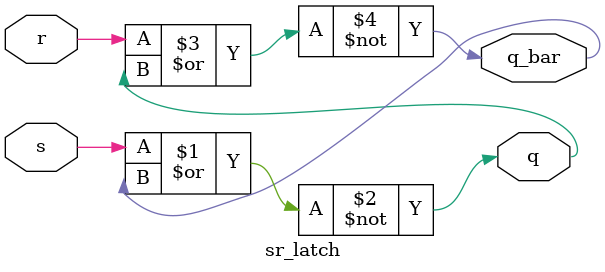
<source format=v>
module sr_latch(output q, q_bar, input s, r);
 
nor n0(q,s,q_bar);
nor n1(q_bar,r,q);

endmodule
</source>
